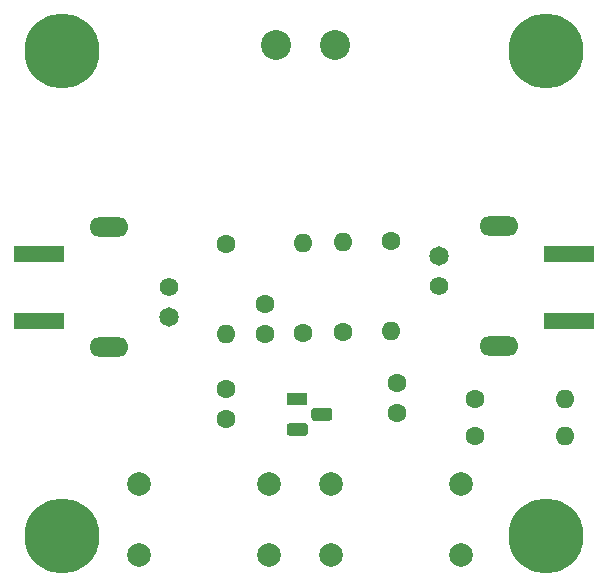
<source format=gbs>
%TF.GenerationSoftware,KiCad,Pcbnew,(5.1.10)-1*%
%TF.CreationDate,2021-09-22T18:06:51-04:00*%
%TF.ProjectId,RF-Amp,52462d41-6d70-42e6-9b69-6361645f7063,rev?*%
%TF.SameCoordinates,Original*%
%TF.FileFunction,Soldermask,Bot*%
%TF.FilePolarity,Negative*%
%FSLAX46Y46*%
G04 Gerber Fmt 4.6, Leading zero omitted, Abs format (unit mm)*
G04 Created by KiCad (PCBNEW (5.1.10)-1) date 2021-09-22 18:06:51*
%MOMM*%
%LPD*%
G01*
G04 APERTURE LIST*
%ADD10C,6.350000*%
%ADD11C,1.600000*%
%ADD12C,1.574800*%
%ADD13C,1.651000*%
%ADD14O,3.302000X1.651000*%
%ADD15R,1.800000X1.100000*%
%ADD16O,1.600000X1.600000*%
%ADD17C,2.000000*%
%ADD18R,4.200000X1.350000*%
%ADD19C,2.540000*%
G04 APERTURE END LIST*
D10*
%TO.C,MTG1*%
X70040000Y-39560000D03*
%TD*%
%TO.C,MTG2*%
X111040000Y-39560000D03*
%TD*%
%TO.C,MTG3*%
X70040000Y-80560000D03*
%TD*%
%TO.C,MTG4*%
X111040000Y-80560000D03*
%TD*%
D11*
%TO.C,C1*%
X83870800Y-68162800D03*
X83870800Y-70662800D03*
%TD*%
%TO.C,C2*%
X98348800Y-70154800D03*
X98348800Y-67654800D03*
%TD*%
%TO.C,C3*%
X87249000Y-63500000D03*
X87249000Y-61000000D03*
%TD*%
D12*
%TO.C,P1*%
X79095600Y-59537600D03*
D13*
X79095600Y-62077600D03*
D14*
X74015600Y-64617600D03*
X74015600Y-54457600D03*
%TD*%
%TO.C,P2*%
X107035600Y-64541400D03*
X107035600Y-54381400D03*
D13*
X101955600Y-56921400D03*
D12*
X101955600Y-59461400D03*
%TD*%
%TO.C,Q1*%
G36*
G01*
X91392800Y-69757200D02*
X92642800Y-69757200D01*
G75*
G02*
X92917800Y-70032200I0J-275000D01*
G01*
X92917800Y-70582200D01*
G75*
G02*
X92642800Y-70857200I-275000J0D01*
G01*
X91392800Y-70857200D01*
G75*
G02*
X91117800Y-70582200I0J275000D01*
G01*
X91117800Y-70032200D01*
G75*
G02*
X91392800Y-69757200I275000J0D01*
G01*
G37*
G36*
G01*
X89322800Y-71027200D02*
X90572800Y-71027200D01*
G75*
G02*
X90847800Y-71302200I0J-275000D01*
G01*
X90847800Y-71852200D01*
G75*
G02*
X90572800Y-72127200I-275000J0D01*
G01*
X89322800Y-72127200D01*
G75*
G02*
X89047800Y-71852200I0J275000D01*
G01*
X89047800Y-71302200D01*
G75*
G02*
X89322800Y-71027200I275000J0D01*
G01*
G37*
D15*
X89947800Y-69037200D03*
%TD*%
D16*
%TO.C,R1*%
X97917000Y-63220600D03*
D11*
X97917000Y-55600600D03*
%TD*%
%TO.C,R2*%
X93827600Y-63296800D03*
D16*
X93827600Y-55676800D03*
%TD*%
%TO.C,R3*%
X90449400Y-55778400D03*
D11*
X90449400Y-63398400D03*
%TD*%
%TO.C,R4*%
X83921600Y-55880000D03*
D16*
X83921600Y-63500000D03*
%TD*%
D11*
%TO.C,R5*%
X104952800Y-72136000D03*
D16*
X112572800Y-72136000D03*
%TD*%
%TO.C,R6*%
X112572800Y-68986400D03*
D11*
X104952800Y-68986400D03*
%TD*%
D17*
%TO.C,T1*%
X92760800Y-82194400D03*
X103760800Y-82194400D03*
X92760800Y-76194400D03*
X103760800Y-76194400D03*
%TD*%
%TO.C,T2*%
X87581000Y-76194400D03*
X76581000Y-76194400D03*
X87581000Y-82194400D03*
X76581000Y-82194400D03*
%TD*%
D18*
%TO.C,PB1*%
X68097400Y-56738000D03*
X68097400Y-62388000D03*
%TD*%
%TO.C,PB2*%
X112928400Y-56735000D03*
X112928400Y-62385000D03*
%TD*%
D19*
%TO.C,P3*%
X93138000Y-39065200D03*
X88138000Y-39065200D03*
%TD*%
M02*

</source>
